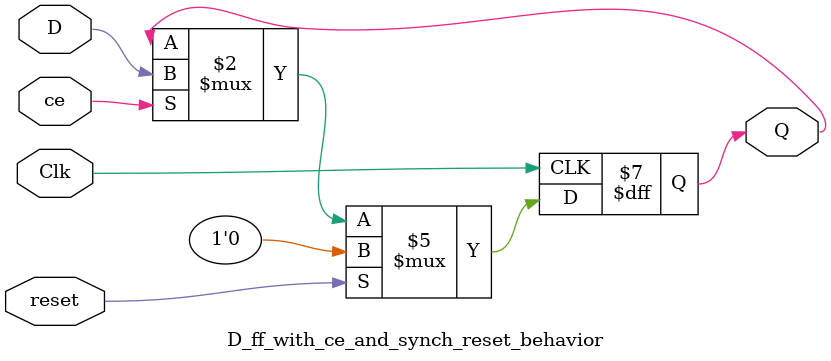
<source format=v>
`timescale 1ns / 1ps


module D_ff_with_ce_and_synch_reset_behavior(input D, input Clk, input reset, input ce, output reg Q);    
    always @(posedge Clk)       
        if (reset)        
        begin          
            Q <= 1'b0;       
        end else if (ce)       
        begin          
            Q <= D;       
        end 
endmodule

</source>
